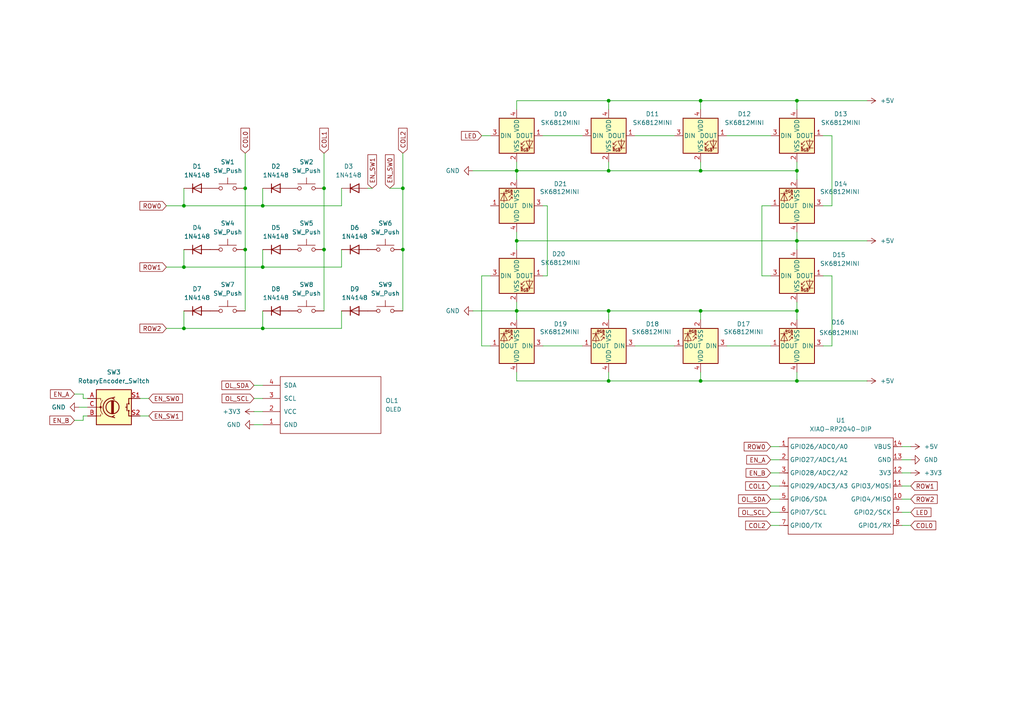
<source format=kicad_sch>
(kicad_sch (version 20250114) (generator "eeschema") (generator_version "9.0")
  (paper "A4")
  (lib_symbols
    (symbol "Device:RotaryEncoder_Switch" (pin_names (offset 0.254) (hide yes))
      (property "Reference" "SW" (at 0 6.604 0))
      (property "Value" "RotaryEncoder_Switch" (at 0 -6.604 0))
      (symbol "RotaryEncoder_Switch_0_1"
        (rectangle (start -5.08 5.08) (end 5.08 -5.08) (stroke (width 0.254)) (fill (type background)))
        (polyline (pts (xy -5.08 2.54) (xy -3.81 2.54) (xy -3.81 2.032)))
        (polyline (pts (xy -5.08 0) (xy -3.81 0) (xy -3.81 -1.016) (xy -3.302 -2.032)))
        (polyline (pts (xy -5.08 -2.54) (xy -3.81 -2.54) (xy -3.81 -2.032)))
        (polyline (pts (xy -4.318 0) (xy -3.81 0) (xy -3.81 1.016) (xy -3.302 2.032)))
        (circle (center -3.81 0) (radius 0.254) (fill (type outline)))
        (polyline (pts (xy -0.635 -1.778) (xy -0.635 1.778)) (stroke (width 0.254)))
        (circle (center -0.381 0) (radius 1.905) (stroke (width 0.254)))
        (polyline (pts (xy -0.381 -1.778) (xy -0.381 1.778)) (stroke (width 0.254)))
        (arc (start -0.381 -2.794) (mid -3.0988 -0.0635) (end -0.381 2.667) (stroke (width 0.254)))
        (polyline (pts (xy -0.127 1.778) (xy -0.127 -1.778)) (stroke (width 0.254)))
        (polyline (pts (xy 0.254 2.921) (xy -0.508 2.667) (xy 0.127 2.286)) (stroke (width 0.254)))
        (polyline (pts (xy 0.254 -3.048) (xy -0.508 -2.794) (xy 0.127 -2.413)) (stroke (width 0.254)))
        (polyline (pts (xy 3.81 1.016) (xy 3.81 -1.016)) (stroke (width 0.254)))
        (polyline (pts (xy 3.81 0) (xy 3.429 0)) (stroke (width 0.254)))
        (circle (center 4.318 1.016) (radius 0.127) (stroke (width 0.254)))
        (circle (center 4.318 -1.016) (radius 0.127) (stroke (width 0.254)))
        (polyline (pts (xy 5.08 2.54) (xy 4.318 2.54) (xy 4.318 1.016)) (stroke (width 0.254)))
        (polyline (pts (xy 5.08 -2.54) (xy 4.318 -2.54) (xy 4.318 -1.016)) (stroke (width 0.254)))
      )
      (symbol "RotaryEncoder_Switch_1_1"
        (pin passive line (at -7.62 2.54 0) (length 2.54) (name "A") (number "A"))
        (pin passive line (at -7.62 0 0) (length 2.54) (name "C") (number "C"))
        (pin passive line (at -7.62 -2.54 0) (length 2.54) (name "B") (number "B"))
        (pin passive line (at 7.62 2.54 180) (length 2.54) (name "S1") (number "S1"))
        (pin passive line (at 7.62 -2.54 180) (length 2.54) (name "S2") (number "S2"))
      )
    )
    (symbol "Diode:1N4148" (pin_numbers (hide yes)) (pin_names (hide yes))
      (property "Reference" "D" (at 0 2.54 0))
      (property "Value" "1N4148" (at 0 -2.54 0))
      (symbol "1N4148_0_1"
        (polyline (pts (xy -1.27 1.27) (xy -1.27 -1.27)) (stroke (width 0.254)))
        (polyline (pts (xy 1.27 1.27) (xy 1.27 -1.27) (xy -1.27 0) (xy 1.27 1.27)) (stroke (width 0.254)))
        (polyline (pts (xy 1.27 0) (xy -1.27 0)))
      )
      (symbol "1N4148_1_1"
        (pin passive line (at -3.81 0 0) (length 2.54) (name "K") (number "1"))
        (pin passive line (at 3.81 0 180) (length 2.54) (name "A") (number "2"))
      )
    )
    (symbol "I2C_OLED:OLED" (pin_names (offset 1.016))
      (property "Reference" "OL1" (at 16.51 1.905 0))
      (property "Value" "OLED" (at 16.51 -0.635 0))
      (symbol "OLED_0_1"
        (rectangle (start -13.97 8.89) (end 15.24 -7.62))
      )
      (symbol "OLED_1_1"
        (pin bidirectional line (at -19.05 6.35 0) (length 5.08) (name "SDA") (number "4"))
        (pin bidirectional line (at -19.05 2.54 0) (length 5.08) (name "SCL") (number "3"))
        (pin power_in line (at -19.05 -1.27 0) (length 5.08) (name "VCC") (number "2"))
        (pin power_in line (at -19.05 -5.08 0) (length 5.08) (name "GND") (number "1"))
      )
    )
    (symbol "LED:SK6812MINI" (pin_names (offset 0.254))
      (property "Reference" "D" (at 5.08 5.715 0))
      (property "Value" "SK6812MINI" (at 1.27 -5.715 0))
      (symbol "SK6812MINI_0_0"
        (text "RGB" (at 2.286 -4.191 0) (effects (font (size 0.762 0.762))))
      )
      (symbol "SK6812MINI_0_1"
        (polyline (pts (xy 1.27 -2.54) (xy 1.778 -2.54)))
        (polyline (pts (xy 1.27 -3.556) (xy 1.778 -3.556)))
        (polyline (pts (xy 2.286 -1.524) (xy 1.27 -2.54) (xy 1.27 -2.032)))
        (polyline (pts (xy 2.286 -2.54) (xy 1.27 -3.556) (xy 1.27 -3.048)))
        (polyline (pts (xy 3.683 -1.016) (xy 3.683 -3.556) (xy 3.683 -4.064)))
        (polyline (pts (xy 4.699 -1.524) (xy 2.667 -1.524) (xy 3.683 -3.556) (xy 4.699 -1.524)))
        (polyline (pts (xy 4.699 -3.556) (xy 2.667 -3.556)))
        (rectangle (start 5.08 5.08) (end -5.08 -5.08) (stroke (width 0.254)) (fill (type background)))
      )
      (symbol "SK6812MINI_1_1"
        (pin input line (at -7.62 0 0) (length 2.54) (name "DIN") (number "3"))
        (pin power_in line (at 0 7.62 270) (length 2.54) (name "VDD") (number "4"))
        (pin power_in line (at 0 -7.62 90) (length 2.54) (name "VSS") (number "2"))
        (pin output line (at 7.62 0 180) (length 2.54) (name "DOUT") (number "1"))
      )
    )
    (symbol "Seeed_Studio_XIAO_Series:XIAO-RP2040-DIP"
      (property "Reference" "U" (at 0 0 0))
      (property "Value" "XIAO-RP2040-DIP" (at 5.334 -1.778 0))
      (symbol "XIAO-RP2040-DIP_1_0"
        (polyline (pts (xy -1.27 -2.54) (xy 29.21 -2.54)) (stroke (width 0.1524)))
        (polyline (pts (xy -1.27 -5.08) (xy -2.54 -5.08)) (stroke (width 0.1524)))
        (polyline (pts (xy -1.27 -5.08) (xy -1.27 -2.54)) (stroke (width 0.1524)))
        (polyline (pts (xy -1.27 -8.89) (xy -2.54 -8.89)) (stroke (width 0.1524)))
        (polyline (pts (xy -1.27 -8.89) (xy -1.27 -5.08)) (stroke (width 0.1524)))
        (polyline (pts (xy -1.27 -12.7) (xy -2.54 -12.7)) (stroke (width 0.1524)))
        (polyline (pts (xy -1.27 -12.7) (xy -1.27 -8.89)) (stroke (width 0.1524)))
        (polyline (pts (xy -1.27 -16.51) (xy -2.54 -16.51)) (stroke (width 0.1524)))
        (polyline (pts (xy -1.27 -16.51) (xy -1.27 -12.7)) (stroke (width 0.1524)))
        (polyline (pts (xy -1.27 -20.32) (xy -2.54 -20.32)) (stroke (width 0.1524)))
        (polyline (pts (xy -1.27 -24.13) (xy -2.54 -24.13)) (stroke (width 0.1524)))
        (polyline (pts (xy -1.27 -27.94) (xy -2.54 -27.94)) (stroke (width 0.1524)))
        (polyline (pts (xy -1.27 -30.48) (xy -1.27 -16.51)) (stroke (width 0.1524)))
        (polyline (pts (xy 29.21 -2.54) (xy 29.21 -5.08)) (stroke (width 0.1524)))
        (polyline (pts (xy 29.21 -5.08) (xy 29.21 -8.89)) (stroke (width 0.1524)))
        (polyline (pts (xy 29.21 -8.89) (xy 29.21 -12.7)) (stroke (width 0.1524)))
        (polyline (pts (xy 29.21 -12.7) (xy 29.21 -30.48)) (stroke (width 0.1524)))
        (polyline (pts (xy 29.21 -30.48) (xy -1.27 -30.48)) (stroke (width 0.1524)))
        (polyline (pts (xy 30.48 -5.08) (xy 29.21 -5.08)) (stroke (width 0.1524)))
        (polyline (pts (xy 30.48 -8.89) (xy 29.21 -8.89)) (stroke (width 0.1524)))
        (polyline (pts (xy 30.48 -12.7) (xy 29.21 -12.7)) (stroke (width 0.1524)))
        (polyline (pts (xy 30.48 -16.51) (xy 29.21 -16.51)) (stroke (width 0.1524)))
        (polyline (pts (xy 30.48 -20.32) (xy 29.21 -20.32)) (stroke (width 0.1524)))
        (polyline (pts (xy 30.48 -24.13) (xy 29.21 -24.13)) (stroke (width 0.1524)))
        (polyline (pts (xy 30.48 -27.94) (xy 29.21 -27.94)) (stroke (width 0.1524)))
        (pin passive line (at -3.81 -5.08 0) (length 2.54) (name "GPIO26/ADC0/A0") (number "1"))
        (pin passive line (at -3.81 -8.89 0) (length 2.54) (name "GPIO27/ADC1/A1") (number "2"))
        (pin passive line (at -3.81 -12.7 0) (length 2.54) (name "GPIO28/ADC2/A2") (number "3"))
        (pin passive line (at -3.81 -16.51 0) (length 2.54) (name "GPIO29/ADC3/A3") (number "4"))
        (pin passive line (at -3.81 -20.32 0) (length 2.54) (name "GPIO6/SDA") (number "5"))
        (pin passive line (at -3.81 -24.13 0) (length 2.54) (name "GPIO7/SCL") (number "6"))
        (pin passive line (at -3.81 -27.94 0) (length 2.54) (name "GPIO0/TX") (number "7"))
        (pin passive line (at 31.75 -5.08 180) (length 2.54) (name "VBUS") (number "14"))
        (pin passive line (at 31.75 -8.89 180) (length 2.54) (name "GND") (number "13"))
        (pin passive line (at 31.75 -12.7 180) (length 2.54) (name "3V3") (number "12"))
        (pin passive line (at 31.75 -16.51 180) (length 2.54) (name "GPIO3/MOSI") (number "11"))
        (pin passive line (at 31.75 -20.32 180) (length 2.54) (name "GPIO4/MISO") (number "10"))
        (pin passive line (at 31.75 -24.13 180) (length 2.54) (name "GPIO2/SCK") (number "9"))
        (pin passive line (at 31.75 -27.94 180) (length 2.54) (name "GPIO1/RX") (number "8"))
      )
    )
    (symbol "Switch:SW_Push" (pin_numbers (hide yes)) (pin_names (offset 1.016) (hide yes))
      (property "Reference" "SW" (at 1.27 2.54 0))
      (property "Value" "SW_Push" (at 0 -1.524 0))
      (symbol "SW_Push_0_1"
        (circle (center -2.032 0) (radius 0.508))
        (polyline (pts (xy 0 1.27) (xy 0 3.048)))
        (circle (center 2.032 0) (radius 0.508))
        (polyline (pts (xy 2.54 1.27) (xy -2.54 1.27)))
        (pin passive line (at -5.08 0 0) (length 2.54) (name "1") (number "1"))
        (pin passive line (at 5.08 0 180) (length 2.54) (name "2") (number "2"))
      )
    )
    (symbol "power:+3V3" (power) (pin_numbers (hide yes)) (pin_names (offset 0) (hide yes))
      (property "Value" "+3V3" (at 0 3.556 0))
      (symbol "+3V3_0_1"
        (polyline (pts (xy -0.762 1.27) (xy 0 2.54)))
        (polyline (pts (xy 0 2.54) (xy 0.762 1.27)))
        (polyline (pts (xy 0 0) (xy 0 2.54)))
      )
      (symbol "+3V3_1_1"
        (pin power_in line (at 0 0 90) (length 0) (name "~") (number "1"))
      )
    )
    (symbol "power:+5V" (power) (pin_numbers (hide yes)) (pin_names (offset 0) (hide yes))
      (property "Value" "+5V" (at 0 3.556 0))
      (symbol "+5V_0_1"
        (polyline (pts (xy -0.762 1.27) (xy 0 2.54)))
        (polyline (pts (xy 0 2.54) (xy 0.762 1.27)))
        (polyline (pts (xy 0 0) (xy 0 2.54)))
      )
      (symbol "+5V_1_1"
        (pin power_in line (at 0 0 90) (length 0) (name "~") (number "1"))
      )
    )
    (symbol "power:GND" (power) (pin_numbers (hide yes)) (pin_names (offset 0) (hide yes))
      (property "Value" "GND" (at 0 -3.81 0))
      (symbol "GND_0_1"
        (polyline (pts (xy 0 0) (xy 0 -1.27) (xy 1.27 -1.27) (xy 0 -2.54) (xy -1.27 -1.27) (xy 0 -1.27)))
      )
      (symbol "GND_1_1"
        (pin power_in line (at 0 0 270) (length 0) (name "~") (number "1"))
      )
    )
  )
  (junction (at 231.14 29.21))
  (junction (at 116.84 54.61))
  (junction (at 231.14 69.85))
  (junction (at 176.53 110.49))
  (junction (at 231.14 90.17))
  (junction (at 203.2 110.49))
  (junction (at 176.53 29.21))
  (junction (at 149.86 49.53))
  (junction (at 76.2 77.47))
  (junction (at 176.53 49.53))
  (junction (at 203.2 49.53))
  (junction (at 93.98 54.61))
  (junction (at 53.34 77.47))
  (junction (at 149.86 69.85))
  (junction (at 53.34 59.69))
  (junction (at 231.14 110.49))
  (junction (at 76.2 95.25))
  (junction (at 93.98 72.39))
  (junction (at 231.14 49.53))
  (junction (at 71.12 54.61))
  (junction (at 203.2 29.21))
  (junction (at 149.86 90.17))
  (junction (at 71.12 72.39))
  (junction (at 53.34 95.25))
  (junction (at 76.2 59.69))
  (junction (at 116.84 72.39))
  (junction (at 176.53 90.17))
  (junction (at 203.2 90.17))
  (wire (pts (xy 99.06 54.61) (xy 99.06 59.69)))
  (wire (pts (xy 24.13 120.65) (xy 25.4 120.65)))
  (wire (pts (xy 149.86 67.31) (xy 149.86 69.85)))
  (wire (pts (xy 99.06 90.17) (xy 99.06 95.25)))
  (wire (pts (xy 99.06 72.39) (xy 99.06 77.47)))
  (wire (pts (xy 223.52 129.54) (xy 226.06 129.54)))
  (wire (pts (xy 93.98 72.39) (xy 93.98 90.17)))
  (wire (pts (xy 261.62 133.35) (xy 264.16 133.35)))
  (wire (pts (xy 241.3 80.01) (xy 241.3 100.33)))
  (wire (pts (xy 149.86 69.85) (xy 149.86 72.39)))
  (wire (pts (xy 238.76 80.01) (xy 241.3 80.01)))
  (wire (pts (xy 261.62 152.4) (xy 264.16 152.4)))
  (wire (pts (xy 203.2 90.17) (xy 203.2 92.71)))
  (wire (pts (xy 53.34 95.25) (xy 76.2 95.25)))
  (wire (pts (xy 142.24 100.33) (xy 139.7 100.33)))
  (wire (pts (xy 238.76 39.37) (xy 241.3 39.37)))
  (wire (pts (xy 220.98 59.69) (xy 220.98 80.01)))
  (wire (pts (xy 231.14 29.21) (xy 231.14 31.75)))
  (wire (pts (xy 149.86 46.99) (xy 149.86 49.53)))
  (wire (pts (xy 261.62 129.54) (xy 264.16 129.54)))
  (wire (pts (xy 116.84 72.39) (xy 116.84 90.17)))
  (wire (pts (xy 149.86 90.17) (xy 176.53 90.17)))
  (wire (pts (xy 223.52 59.69) (xy 220.98 59.69)))
  (wire (pts (xy 158.75 59.69) (xy 157.48 59.69)))
  (wire (pts (xy 176.53 90.17) (xy 203.2 90.17)))
  (wire (pts (xy 223.52 137.16) (xy 226.06 137.16)))
  (wire (pts (xy 113.03 54.61) (xy 116.84 54.61)))
  (wire (pts (xy 176.53 46.99) (xy 176.53 49.53)))
  (wire (pts (xy 176.53 29.21) (xy 176.53 31.75)))
  (wire (pts (xy 40.64 120.65) (xy 43.18 120.65)))
  (wire (pts (xy 210.82 100.33) (xy 223.52 100.33)))
  (wire (pts (xy 76.2 90.17) (xy 76.2 95.25)))
  (wire (pts (xy 203.2 49.53) (xy 231.14 49.53)))
  (wire (pts (xy 107.95 54.61) (xy 106.68 54.61)))
  (wire (pts (xy 223.52 148.59) (xy 226.06 148.59)))
  (wire (pts (xy 176.53 110.49) (xy 203.2 110.49)))
  (wire (pts (xy 93.98 44.45) (xy 93.98 54.61)))
  (wire (pts (xy 24.13 114.3) (xy 24.13 115.57)))
  (wire (pts (xy 24.13 115.57) (xy 25.4 115.57)))
  (wire (pts (xy 231.14 107.95) (xy 231.14 110.49)))
  (wire (pts (xy 139.7 80.01) (xy 142.24 80.01)))
  (wire (pts (xy 184.15 100.33) (xy 195.58 100.33)))
  (wire (pts (xy 184.15 39.37) (xy 195.58 39.37)))
  (wire (pts (xy 241.3 39.37) (xy 241.3 59.69)))
  (wire (pts (xy 231.14 69.85) (xy 251.46 69.85)))
  (wire (pts (xy 261.62 140.97) (xy 264.16 140.97)))
  (wire (pts (xy 210.82 39.37) (xy 223.52 39.37)))
  (wire (pts (xy 53.34 77.47) (xy 76.2 77.47)))
  (wire (pts (xy 116.84 54.61) (xy 116.84 72.39)))
  (wire (pts (xy 139.7 39.37) (xy 142.24 39.37)))
  (wire (pts (xy 40.64 115.57) (xy 43.18 115.57)))
  (wire (pts (xy 223.52 140.97) (xy 226.06 140.97)))
  (wire (pts (xy 231.14 49.53) (xy 231.14 52.07)))
  (wire (pts (xy 220.98 80.01) (xy 223.52 80.01)))
  (wire (pts (xy 73.66 111.76) (xy 76.2 111.76)))
  (wire (pts (xy 231.14 67.31) (xy 231.14 69.85)))
  (wire (pts (xy 48.26 95.25) (xy 53.34 95.25)))
  (wire (pts (xy 251.46 110.49) (xy 231.14 110.49)))
  (wire (pts (xy 158.75 80.01) (xy 158.75 59.69)))
  (wire (pts (xy 76.2 95.25) (xy 99.06 95.25)))
  (wire (pts (xy 176.53 107.95) (xy 176.53 110.49)))
  (wire (pts (xy 53.34 90.17) (xy 53.34 95.25)))
  (wire (pts (xy 53.34 72.39) (xy 53.34 77.47)))
  (wire (pts (xy 48.26 59.69) (xy 53.34 59.69)))
  (wire (pts (xy 261.62 137.16) (xy 264.16 137.16)))
  (wire (pts (xy 149.86 49.53) (xy 149.86 52.07)))
  (wire (pts (xy 203.2 90.17) (xy 231.14 90.17)))
  (wire (pts (xy 76.2 54.61) (xy 76.2 59.69)))
  (wire (pts (xy 157.48 80.01) (xy 158.75 80.01)))
  (wire (pts (xy 48.26 77.47) (xy 53.34 77.47)))
  (wire (pts (xy 149.86 29.21) (xy 176.53 29.21)))
  (wire (pts (xy 223.52 152.4) (xy 226.06 152.4)))
  (wire (pts (xy 231.14 29.21) (xy 251.46 29.21)))
  (wire (pts (xy 149.86 110.49) (xy 176.53 110.49)))
  (wire (pts (xy 176.53 49.53) (xy 203.2 49.53)))
  (wire (pts (xy 261.62 144.78) (xy 264.16 144.78)))
  (wire (pts (xy 76.2 59.69) (xy 99.06 59.69)))
  (wire (pts (xy 203.2 110.49) (xy 231.14 110.49)))
  (wire (pts (xy 231.14 87.63) (xy 231.14 90.17)))
  (wire (pts (xy 238.76 100.33) (xy 241.3 100.33)))
  (wire (pts (xy 223.52 133.35) (xy 226.06 133.35)))
  (wire (pts (xy 139.7 80.01) (xy 139.7 100.33)))
  (wire (pts (xy 76.2 72.39) (xy 76.2 77.47)))
  (wire (pts (xy 71.12 44.45) (xy 71.12 54.61)))
  (wire (pts (xy 53.34 59.69) (xy 76.2 59.69)))
  (wire (pts (xy 71.12 72.39) (xy 71.12 90.17)))
  (wire (pts (xy 231.14 69.85) (xy 231.14 72.39)))
  (wire (pts (xy 231.14 90.17) (xy 231.14 92.71)))
  (wire (pts (xy 137.16 49.53) (xy 149.86 49.53)))
  (wire (pts (xy 71.12 54.61) (xy 71.12 72.39)))
  (wire (pts (xy 176.53 29.21) (xy 203.2 29.21)))
  (wire (pts (xy 21.59 121.92) (xy 24.13 121.92)))
  (wire (pts (xy 116.84 44.45) (xy 116.84 54.61)))
  (wire (pts (xy 149.86 31.75) (xy 149.86 29.21)))
  (wire (pts (xy 231.14 46.99) (xy 231.14 49.53)))
  (wire (pts (xy 203.2 29.21) (xy 203.2 31.75)))
  (wire (pts (xy 137.16 90.17) (xy 149.86 90.17)))
  (wire (pts (xy 149.86 49.53) (xy 176.53 49.53)))
  (wire (pts (xy 73.66 115.57) (xy 76.2 115.57)))
  (wire (pts (xy 241.3 59.69) (xy 238.76 59.69)))
  (wire (pts (xy 203.2 46.99) (xy 203.2 49.53)))
  (wire (pts (xy 24.13 121.92) (xy 24.13 120.65)))
  (wire (pts (xy 93.98 54.61) (xy 93.98 72.39)))
  (wire (pts (xy 22.86 118.11) (xy 25.4 118.11)))
  (wire (pts (xy 149.86 69.85) (xy 231.14 69.85)))
  (wire (pts (xy 149.86 87.63) (xy 149.86 90.17)))
  (wire (pts (xy 223.52 144.78) (xy 226.06 144.78)))
  (wire (pts (xy 203.2 107.95) (xy 203.2 110.49)))
  (wire (pts (xy 157.48 100.33) (xy 168.91 100.33)))
  (wire (pts (xy 203.2 29.21) (xy 231.14 29.21)))
  (wire (pts (xy 149.86 90.17) (xy 149.86 92.71)))
  (wire (pts (xy 149.86 107.95) (xy 149.86 110.49)))
  (wire (pts (xy 176.53 90.17) (xy 176.53 92.71)))
  (wire (pts (xy 157.48 39.37) (xy 168.91 39.37)))
  (wire (pts (xy 261.62 148.59) (xy 264.16 148.59)))
  (wire (pts (xy 21.59 114.3) (xy 24.13 114.3)))
  (wire (pts (xy 73.66 123.19) (xy 76.2 123.19)))
  (wire (pts (xy 53.34 54.61) (xy 53.34 59.69)))
  (wire (pts (xy 73.66 119.38) (xy 76.2 119.38)))
  (wire (pts (xy 76.2 77.47) (xy 99.06 77.47)))
  (global_label "EN_SW0" (shape input) (at 113.03 54.61 90) (property "Intersheetrefs" "${INTERSHEET_REFS}" (effects (hide yes))))
  (global_label "COL2" (shape input) (at 116.84 44.45 90) (property "Intersheetrefs" "${INTERSHEET_REFS}" (effects (hide yes))))
  (global_label "ROW1" (shape input) (at 48.26 77.47 180) (property "Intersheetrefs" "${INTERSHEET_REFS}" (effects (hide yes))))
  (global_label "EN_SW1" (shape input) (at 43.18 120.65 0) (property "Intersheetrefs" "${INTERSHEET_REFS}" (effects (hide yes))))
  (global_label "OL_SDA" (shape input) (at 223.52 144.78 180) (property "Intersheetrefs" "${INTERSHEET_REFS}" (effects (hide yes))))
  (global_label "ROW2" (shape input) (at 264.16 144.78 0) (property "Intersheetrefs" "${INTERSHEET_REFS}" (effects (hide yes))))
  (global_label "EN_SW1" (shape input) (at 107.95 54.61 90) (property "Intersheetrefs" "${INTERSHEET_REFS}" (effects (hide yes))))
  (global_label "COL0" (shape input) (at 264.16 152.4 0) (property "Intersheetrefs" "${INTERSHEET_REFS}" (effects (hide yes))))
  (global_label "COL2" (shape input) (at 223.52 152.4 180) (property "Intersheetrefs" "${INTERSHEET_REFS}" (effects (hide yes))))
  (global_label "ROW0" (shape input) (at 223.52 129.54 180) (property "Intersheetrefs" "${INTERSHEET_REFS}" (effects (hide yes))))
  (global_label "OL_SCL" (shape input) (at 223.52 148.59 180) (property "Intersheetrefs" "${INTERSHEET_REFS}" (effects (hide yes))))
  (global_label "LED" (shape input) (at 139.7 39.37 180) (property "Intersheetrefs" "${INTERSHEET_REFS}" (effects (hide yes))))
  (global_label "LED" (shape input) (at 264.16 148.59 0) (property "Intersheetrefs" "${INTERSHEET_REFS}" (effects (hide yes))))
  (global_label "EN_A" (shape input) (at 21.59 114.3 180) (property "Intersheetrefs" "${INTERSHEET_REFS}" (effects (hide yes))))
  (global_label "ROW2" (shape input) (at 48.26 95.25 180) (property "Intersheetrefs" "${INTERSHEET_REFS}" (effects (hide yes))))
  (global_label "ROW1" (shape input) (at 264.16 140.97 0) (property "Intersheetrefs" "${INTERSHEET_REFS}" (effects (hide yes))))
  (global_label "EN_SW0" (shape input) (at 43.18 115.57 0) (property "Intersheetrefs" "${INTERSHEET_REFS}" (effects (hide yes))))
  (global_label "COL0" (shape input) (at 71.12 44.45 90) (property "Intersheetrefs" "${INTERSHEET_REFS}" (effects (hide yes))))
  (global_label "OL_SDA" (shape input) (at 73.66 111.76 180) (property "Intersheetrefs" "${INTERSHEET_REFS}" (effects (hide yes))))
  (global_label "ROW0" (shape input) (at 48.26 59.69 180) (property "Intersheetrefs" "${INTERSHEET_REFS}" (effects (hide yes))))
  (global_label "COL1" (shape input) (at 223.52 140.97 180) (property "Intersheetrefs" "${INTERSHEET_REFS}" (effects (hide yes))))
  (global_label "EN_B" (shape input) (at 223.52 137.16 180) (property "Intersheetrefs" "${INTERSHEET_REFS}" (effects (hide yes))))
  (global_label "COL1" (shape input) (at 93.98 44.45 90) (property "Intersheetrefs" "${INTERSHEET_REFS}" (effects (hide yes))))
  (global_label "EN_A" (shape input) (at 223.52 133.35 180) (property "Intersheetrefs" "${INTERSHEET_REFS}" (effects (hide yes))))
  (global_label "OL_SCL" (shape input) (at 73.66 115.57 180) (property "Intersheetrefs" "${INTERSHEET_REFS}" (effects (hide yes))))
  (global_label "EN_B" (shape input) (at 21.59 121.92 180) (property "Intersheetrefs" "${INTERSHEET_REFS}" (effects (hide yes))))
  (symbol (lib_id "LED:SK6812MINI") (at 231.14 39.37 0) (unit 1)
    (property "Reference" "D13" (at 243.84 33.0514 0))
    (property "Value" "SK6812MINI" (at 243.84 35.5914 0))
    (property "Footprint" "Library:LED_SK6812MINI_PLCC4_3.5x3.5mm_P1.75mm" (effects (hide yes)))
    (property "Datasheet" "https://cdn-shop.adafruit.com/product-files/2686/SK6812MINI_REV.01-1-2.pdf" (effects (hide yes)))
    (property "Description" "RGB LED with integrated controller" (effects (hide yes)))
  )
  (symbol (lib_id "power:+5V") (at 264.16 129.54 270) (unit 1)
    (property "Reference" "#PWR02" (effects (hide yes)))
    (property "Value" "+5V" (at 267.97 129.5399 90) (effects (justify left)))
    (property "Description" "Power symbol creates a global label with name \"+5V\"" (effects (hide yes)))
  )
  (symbol (lib_id "Diode:1N4148") (at 80.01 72.39 0) (unit 1)
    (property "Reference" "D5" (at 80.01 66.04 0))
    (property "Value" "1N4148" (at 80.01 68.58 0))
    (property "Footprint" "Diode_THT:D_DO-35_SOD27_P7.62mm_Horizontal" (effects (hide yes)))
    (property "Datasheet" "https://assets.nexperia.com/documents/data-sheet/1N4148_1N4448.pdf" (effects (hide yes)))
    (property "Description" "100V 0.15A standard switching diode, DO-35" (effects (hide yes)))
    (property "Sim.Device" "D" (effects (hide yes)))
    (property "Sim.Pins" "1=K 2=A" (effects (hide yes)))
  )
  (symbol (lib_id "power:GND") (at 22.86 118.11 270) (unit 1)
    (property "Reference" "#PWR01" (effects (hide yes)))
    (property "Value" "GND" (at 19.05 118.1099 90) (effects (justify right)))
    (property "Description" "Power symbol creates a global label with name \"GND\" , ground" (effects (hide yes)))
  )
  (symbol (lib_id "LED:SK6812MINI") (at 149.86 59.69 180) (unit 1)
    (property "Reference" "D21" (at 162.56 53.34 0))
    (property "Value" "SK6812MINI" (at 162.306 55.626 0))
    (property "Footprint" "Library:LED_SK6812MINI_PLCC4_3.5x3.5mm_P1.75mm" (effects (hide yes)))
    (property "Datasheet" "https://cdn-shop.adafruit.com/product-files/2686/SK6812MINI_REV.01-1-2.pdf" (effects (hide yes)))
    (property "Description" "RGB LED with integrated controller" (effects (hide yes)))
  )
  (symbol (lib_id "LED:SK6812MINI") (at 231.14 100.33 180) (unit 1)
    (property "Reference" "D16" (at 243.078 93.472 0))
    (property "Value" "SK6812MINI" (at 243.332 96.52 0))
    (property "Footprint" "Library:LED_SK6812MINI_PLCC4_3.5x3.5mm_P1.75mm" (effects (hide yes)))
    (property "Datasheet" "https://cdn-shop.adafruit.com/product-files/2686/SK6812MINI_REV.01-1-2.pdf" (effects (hide yes)))
    (property "Description" "RGB LED with integrated controller" (effects (hide yes)))
  )
  (symbol (lib_id "Diode:1N4148") (at 80.01 54.61 0) (unit 1)
    (property "Reference" "D2" (at 80.01 48.26 0))
    (property "Value" "1N4148" (at 80.01 50.8 0))
    (property "Footprint" "Diode_THT:D_DO-35_SOD27_P7.62mm_Horizontal" (effects (hide yes)))
    (property "Datasheet" "https://assets.nexperia.com/documents/data-sheet/1N4148_1N4448.pdf" (effects (hide yes)))
    (property "Description" "100V 0.15A standard switching diode, DO-35" (effects (hide yes)))
    (property "Sim.Device" "D" (effects (hide yes)))
    (property "Sim.Pins" "1=K 2=A" (effects (hide yes)))
  )
  (symbol (lib_id "Device:RotaryEncoder_Switch") (at 33.02 118.11 0) (unit 1)
    (property "Reference" "SW3" (at 33.02 107.95 0))
    (property "Value" "RotaryEncoder_Switch" (at 33.02 110.49 0))
    (property "Footprint" "Rotary_Encoder:RotaryEncoder_Alps_EC11E-Switch_Vertical_H20mm" (effects (hide yes)))
    (property "Description" "Rotary encoder, dual channel, incremental quadrate outputs, with switch" (effects (hide yes)))
  )
  (symbol (lib_id "Diode:1N4148") (at 102.87 72.39 0) (unit 1)
    (property "Reference" "D6" (at 102.87 66.04 0))
    (property "Value" "1N4148" (at 102.87 68.58 0))
    (property "Footprint" "Diode_THT:D_DO-35_SOD27_P7.62mm_Horizontal" (effects (hide yes)))
    (property "Datasheet" "https://assets.nexperia.com/documents/data-sheet/1N4148_1N4448.pdf" (effects (hide yes)))
    (property "Description" "100V 0.15A standard switching diode, DO-35" (effects (hide yes)))
    (property "Sim.Device" "D" (effects (hide yes)))
    (property "Sim.Pins" "1=K 2=A" (effects (hide yes)))
  )
  (symbol (lib_id "Switch:SW_Push") (at 88.9 54.61 0) (unit 1)
    (property "Reference" "SW2" (at 88.9 46.99 0))
    (property "Value" "SW_Push" (at 88.9 49.53 0))
    (property "Footprint" "Library:SW_Cherry_MX_1.00u_PCB" (effects (hide yes)))
    (property "Description" "Push button switch, generic, two pins" (effects (hide yes)))
  )
  (symbol (lib_id "power:GND") (at 264.16 133.35 90) (unit 1)
    (property "Reference" "#PWR03" (effects (hide yes)))
    (property "Value" "GND" (at 267.97 133.3499 90) (effects (justify right)))
    (property "Description" "Power symbol creates a global label with name \"GND\" , ground" (effects (hide yes)))
  )
  (symbol (lib_id "Switch:SW_Push") (at 66.04 72.39 0) (unit 1)
    (property "Reference" "SW4" (at 66.04 64.77 0))
    (property "Value" "SW_Push" (at 66.04 67.31 0))
    (property "Footprint" "Library:SW_Cherry_MX_1.00u_PCB" (effects (hide yes)))
    (property "Description" "Push button switch, generic, two pins" (effects (hide yes)))
  )
  (symbol (lib_id "Switch:SW_Push") (at 111.76 72.39 0) (unit 1)
    (property "Reference" "SW6" (at 111.76 64.77 0))
    (property "Value" "SW_Push" (at 111.76 67.31 0))
    (property "Footprint" "Library:SW_Cherry_MX_1.00u_PCB" (effects (hide yes)))
    (property "Description" "Push button switch, generic, two pins" (effects (hide yes)))
  )
  (symbol (lib_id "power:+5V") (at 251.46 110.49 270) (unit 1)
    (property "Reference" "#PWR010" (effects (hide yes)))
    (property "Value" "+5V" (at 255.27 110.4899 90) (effects (justify left)))
    (property "Description" "Power symbol creates a global label with name \"+5V\"" (effects (hide yes)))
  )
  (symbol (lib_id "power:+3V3") (at 73.66 119.38 90) (unit 1)
    (property "Reference" "#PWR04" (effects (hide yes)))
    (property "Value" "+3V3" (at 69.85 119.3799 90) (effects (justify left)))
    (property "Description" "Power symbol creates a global label with name \"+3V3\"" (effects (hide yes)))
  )
  (symbol (lib_id "Diode:1N4148") (at 57.15 72.39 0) (unit 1)
    (property "Reference" "D4" (at 57.15 66.04 0))
    (property "Value" "1N4148" (at 57.15 68.58 0))
    (property "Footprint" "Diode_THT:D_DO-35_SOD27_P7.62mm_Horizontal" (effects (hide yes)))
    (property "Datasheet" "https://assets.nexperia.com/documents/data-sheet/1N4148_1N4448.pdf" (effects (hide yes)))
    (property "Description" "100V 0.15A standard switching diode, DO-35" (effects (hide yes)))
    (property "Sim.Device" "D" (effects (hide yes)))
    (property "Sim.Pins" "1=K 2=A" (effects (hide yes)))
  )
  (symbol (lib_id "LED:SK6812MINI") (at 203.2 39.37 0) (unit 1)
    (property "Reference" "D12" (at 215.9 33.0514 0))
    (property "Value" "SK6812MINI" (at 215.9 35.5914 0))
    (property "Footprint" "Library:LED_SK6812MINI_PLCC4_3.5x3.5mm_P1.75mm" (effects (hide yes)))
    (property "Datasheet" "https://cdn-shop.adafruit.com/product-files/2686/SK6812MINI_REV.01-1-2.pdf" (effects (hide yes)))
    (property "Description" "RGB LED with integrated controller" (effects (hide yes)))
  )
  (symbol (lib_id "Diode:1N4148") (at 102.87 54.61 0) (unit 1)
    (property "Reference" "D3" (at 101.092 48.26 0))
    (property "Value" "1N4148" (at 101.092 50.8 0))
    (property "Footprint" "Diode_THT:D_DO-35_SOD27_P7.62mm_Horizontal" (effects (hide yes)))
    (property "Datasheet" "https://assets.nexperia.com/documents/data-sheet/1N4148_1N4448.pdf" (effects (hide yes)))
    (property "Description" "100V 0.15A standard switching diode, DO-35" (effects (hide yes)))
    (property "Sim.Device" "D" (effects (hide yes)))
    (property "Sim.Pins" "1=K 2=A" (effects (hide yes)))
  )
  (symbol (lib_id "power:+5V") (at 251.46 29.21 270) (unit 1)
    (property "Reference" "#PWR06" (effects (hide yes)))
    (property "Value" "+5V" (at 255.27 29.2099 90) (effects (justify left)))
    (property "Description" "Power symbol creates a global label with name \"+5V\"" (effects (hide yes)))
  )
  (symbol (lib_id "Diode:1N4148") (at 57.15 90.17 0) (unit 1)
    (property "Reference" "D7" (at 57.15 83.82 0))
    (property "Value" "1N4148" (at 57.15 86.36 0))
    (property "Footprint" "Diode_THT:D_DO-35_SOD27_P7.62mm_Horizontal" (effects (hide yes)))
    (property "Datasheet" "https://assets.nexperia.com/documents/data-sheet/1N4148_1N4448.pdf" (effects (hide yes)))
    (property "Description" "100V 0.15A standard switching diode, DO-35" (effects (hide yes)))
    (property "Sim.Device" "D" (effects (hide yes)))
    (property "Sim.Pins" "1=K 2=A" (effects (hide yes)))
  )
  (symbol (lib_id "LED:SK6812MINI") (at 149.86 100.33 180) (unit 1)
    (property "Reference" "D19" (at 162.56 93.98 0))
    (property "Value" "SK6812MINI" (at 162.306 96.266 0))
    (property "Footprint" "Library:LED_SK6812MINI_PLCC4_3.5x3.5mm_P1.75mm" (effects (hide yes)))
    (property "Datasheet" "https://cdn-shop.adafruit.com/product-files/2686/SK6812MINI_REV.01-1-2.pdf" (effects (hide yes)))
    (property "Description" "RGB LED with integrated controller" (effects (hide yes)))
  )
  (symbol (lib_id "Seeed_Studio_XIAO_Series:XIAO-RP2040-DIP") (at 229.87 124.46 0) (unit 1)
    (property "Reference" "U1" (at 243.84 121.92 0))
    (property "Value" "XIAO-RP2040-DIP" (at 243.84 124.46 0))
    (property "Footprint" "Seeed Studio XIAO Series Library:XIAO-RP2040-DIP" (effects (hide yes)))
  )
  (symbol (lib_id "LED:SK6812MINI") (at 231.14 59.69 180) (unit 1)
    (property "Reference" "D14" (at 243.84 53.34 0))
    (property "Value" "SK6812MINI" (at 243.586 55.626 0))
    (property "Footprint" "Library:LED_SK6812MINI_PLCC4_3.5x3.5mm_P1.75mm" (effects (hide yes)))
    (property "Datasheet" "https://cdn-shop.adafruit.com/product-files/2686/SK6812MINI_REV.01-1-2.pdf" (effects (hide yes)))
    (property "Description" "RGB LED with integrated controller" (effects (hide yes)))
  )
  (symbol (lib_id "LED:SK6812MINI") (at 176.53 100.33 180) (unit 1)
    (property "Reference" "D18" (at 189.23 93.98 0))
    (property "Value" "SK6812MINI" (at 188.976 96.266 0))
    (property "Footprint" "Library:LED_SK6812MINI_PLCC4_3.5x3.5mm_P1.75mm" (effects (hide yes)))
    (property "Datasheet" "https://cdn-shop.adafruit.com/product-files/2686/SK6812MINI_REV.01-1-2.pdf" (effects (hide yes)))
    (property "Description" "RGB LED with integrated controller" (effects (hide yes)))
  )
  (symbol (lib_id "LED:SK6812MINI") (at 149.86 39.37 0) (unit 1)
    (property "Reference" "D10" (at 162.56 33.0514 0))
    (property "Value" "SK6812MINI" (at 162.56 35.5914 0))
    (property "Footprint" "Library:LED_SK6812MINI_PLCC4_3.5x3.5mm_P1.75mm" (effects (hide yes)))
    (property "Datasheet" "https://cdn-shop.adafruit.com/product-files/2686/SK6812MINI_REV.01-1-2.pdf" (effects (hide yes)))
    (property "Description" "RGB LED with integrated controller" (effects (hide yes)))
  )
  (symbol (lib_id "power:GND") (at 137.16 49.53 270) (unit 1)
    (property "Reference" "#PWR07" (effects (hide yes)))
    (property "Value" "GND" (at 133.35 49.5299 90) (effects (justify right)))
    (property "Description" "Power symbol creates a global label with name \"GND\" , ground" (effects (hide yes)))
  )
  (symbol (lib_id "Switch:SW_Push") (at 111.76 90.17 0) (unit 1)
    (property "Reference" "SW9" (at 111.76 82.55 0))
    (property "Value" "SW_Push" (at 111.76 85.09 0))
    (property "Footprint" "Library:SW_Cherry_MX_1.00u_PCB" (effects (hide yes)))
    (property "Description" "Push button switch, generic, two pins" (effects (hide yes)))
  )
  (symbol (lib_id "Diode:1N4148") (at 80.01 90.17 0) (unit 1)
    (property "Reference" "D8" (at 80.01 83.82 0))
    (property "Value" "1N4148" (at 80.01 86.36 0))
    (property "Footprint" "Diode_THT:D_DO-35_SOD27_P7.62mm_Horizontal" (effects (hide yes)))
    (property "Datasheet" "https://assets.nexperia.com/documents/data-sheet/1N4148_1N4448.pdf" (effects (hide yes)))
    (property "Description" "100V 0.15A standard switching diode, DO-35" (effects (hide yes)))
    (property "Sim.Device" "D" (effects (hide yes)))
    (property "Sim.Pins" "1=K 2=A" (effects (hide yes)))
  )
  (symbol (lib_id "Diode:1N4148") (at 102.87 90.17 0) (unit 1)
    (property "Reference" "D9" (at 102.87 83.82 0))
    (property "Value" "1N4148" (at 102.87 86.36 0))
    (property "Footprint" "Diode_THT:D_DO-35_SOD27_P7.62mm_Horizontal" (effects (hide yes)))
    (property "Datasheet" "https://assets.nexperia.com/documents/data-sheet/1N4148_1N4448.pdf" (effects (hide yes)))
    (property "Description" "100V 0.15A standard switching diode, DO-35" (effects (hide yes)))
    (property "Sim.Device" "D" (effects (hide yes)))
    (property "Sim.Pins" "1=K 2=A" (effects (hide yes)))
  )
  (symbol (lib_id "Switch:SW_Push") (at 66.04 54.61 0) (unit 1)
    (property "Reference" "SW1" (at 66.04 46.99 0))
    (property "Value" "SW_Push" (at 66.04 49.53 0))
    (property "Footprint" "Library:SW_Cherry_MX_1.00u_PCB" (effects (hide yes)))
    (property "Description" "Push button switch, generic, two pins" (effects (hide yes)))
  )
  (symbol (lib_id "Diode:1N4148") (at 57.15 54.61 0) (unit 1)
    (property "Reference" "D1" (at 57.15 48.26 0))
    (property "Value" "1N4148" (at 57.15 50.8 0))
    (property "Footprint" "Diode_THT:D_DO-35_SOD27_P7.62mm_Horizontal" (effects (hide yes)))
    (property "Datasheet" "https://assets.nexperia.com/documents/data-sheet/1N4148_1N4448.pdf" (effects (hide yes)))
    (property "Description" "100V 0.15A standard switching diode, DO-35" (effects (hide yes)))
    (property "Sim.Device" "D" (effects (hide yes)))
    (property "Sim.Pins" "1=K 2=A" (effects (hide yes)))
  )
  (symbol (lib_id "LED:SK6812MINI") (at 231.14 80.01 0) (unit 1)
    (property "Reference" "D15" (at 243.332 73.914 0))
    (property "Value" "SK6812MINI" (at 243.586 76.454 0))
    (property "Footprint" "Library:LED_SK6812MINI_PLCC4_3.5x3.5mm_P1.75mm" (effects (hide yes)))
    (property "Datasheet" "https://cdn-shop.adafruit.com/product-files/2686/SK6812MINI_REV.01-1-2.pdf" (effects (hide yes)))
    (property "Description" "RGB LED with integrated controller" (effects (hide yes)))
  )
  (symbol (lib_id "LED:SK6812MINI") (at 176.53 39.37 0) (unit 1)
    (property "Reference" "D11" (at 189.23 33.0514 0))
    (property "Value" "SK6812MINI" (at 189.23 35.5914 0))
    (property "Footprint" "Library:LED_SK6812MINI_PLCC4_3.5x3.5mm_P1.75mm" (effects (hide yes)))
    (property "Datasheet" "https://cdn-shop.adafruit.com/product-files/2686/SK6812MINI_REV.01-1-2.pdf" (effects (hide yes)))
    (property "Description" "RGB LED with integrated controller" (effects (hide yes)))
  )
  (symbol (lib_id "Switch:SW_Push") (at 66.04 90.17 0) (unit 1)
    (property "Reference" "SW7" (at 66.04 82.55 0))
    (property "Value" "SW_Push" (at 66.04 85.09 0))
    (property "Footprint" "Library:SW_Cherry_MX_1.00u_PCB" (effects (hide yes)))
    (property "Description" "Push button switch, generic, two pins" (effects (hide yes)))
  )
  (symbol (lib_id "I2C_OLED:OLED") (at 95.25 118.11 0) (unit 1)
    (property "Reference" "OL1" (at 111.76 116.205 0) (effects (font (size 1.2954 1.2954)) (justify left)))
    (property "Value" "OLED" (at 111.76 118.745 0) (effects (font (size 1.1938 1.1938)) (justify left)))
    (property "Footprint" "KiCad-SSD1306-0.91-OLED-4pin-128x32:SSD1306-0.91-OLED-4pin-128x32" (effects (hide yes)))
  )
  (symbol (lib_id "Switch:SW_Push") (at 88.9 90.17 0) (unit 1)
    (property "Reference" "SW8" (at 88.9 82.55 0))
    (property "Value" "SW_Push" (at 88.9 85.09 0))
    (property "Footprint" "Library:SW_Cherry_MX_1.00u_PCB" (effects (hide yes)))
    (property "Description" "Push button switch, generic, two pins" (effects (hide yes)))
  )
  (symbol (lib_id "Switch:SW_Push") (at 88.9 72.39 0) (unit 1)
    (property "Reference" "SW5" (at 88.9 64.77 0))
    (property "Value" "SW_Push" (at 88.9 67.31 0))
    (property "Footprint" "Library:SW_Cherry_MX_1.00u_PCB" (effects (hide yes)))
    (property "Description" "Push button switch, generic, two pins" (effects (hide yes)))
  )
  (symbol (lib_id "LED:SK6812MINI") (at 149.86 80.01 0) (unit 1)
    (property "Reference" "D20" (at 162.052 73.66 0))
    (property "Value" "SK6812MINI" (at 162.56 76.2 0))
    (property "Footprint" "Library:LED_SK6812MINI_PLCC4_3.5x3.5mm_P1.75mm" (effects (hide yes)))
    (property "Datasheet" "https://cdn-shop.adafruit.com/product-files/2686/SK6812MINI_REV.01-1-2.pdf" (effects (hide yes)))
    (property "Description" "RGB LED with integrated controller" (effects (hide yes)))
  )
  (symbol (lib_id "power:GND") (at 73.66 123.19 270) (unit 1)
    (property "Reference" "#PWR05" (effects (hide yes)))
    (property "Value" "GND" (at 69.85 123.1899 90) (effects (justify right)))
    (property "Description" "Power symbol creates a global label with name \"GND\" , ground" (effects (hide yes)))
  )
  (symbol (lib_id "power:+3V3") (at 264.16 137.16 270) (unit 1)
    (property "Reference" "#PWR011" (effects (hide yes)))
    (property "Value" "+3V3" (at 267.97 137.1599 90) (effects (justify left)))
    (property "Description" "Power symbol creates a global label with name \"+3V3\"" (effects (hide yes)))
  )
  (symbol (lib_id "power:+5V") (at 251.46 69.85 270) (unit 1)
    (property "Reference" "#PWR08" (effects (hide yes)))
    (property "Value" "+5V" (at 255.27 69.8499 90) (effects (justify left)))
    (property "Description" "Power symbol creates a global label with name \"+5V\"" (effects (hide yes)))
  )
  (symbol (lib_id "power:GND") (at 137.16 90.17 270) (unit 1)
    (property "Reference" "#PWR09" (effects (hide yes)))
    (property "Value" "GND" (at 133.35 90.1699 90) (effects (justify right)))
    (property "Description" "Power symbol creates a global label with name \"GND\" , ground" (effects (hide yes)))
  )
  (symbol (lib_id "LED:SK6812MINI") (at 203.2 100.33 180) (unit 1)
    (property "Reference" "D17" (at 215.646 93.98 0))
    (property "Value" "SK6812MINI" (at 215.646 96.266 0))
    (property "Footprint" "Library:LED_SK6812MINI_PLCC4_3.5x3.5mm_P1.75mm" (effects (hide yes)))
    (property "Datasheet" "https://cdn-shop.adafruit.com/product-files/2686/SK6812MINI_REV.01-1-2.pdf" (effects (hide yes)))
    (property "Description" "RGB LED with integrated controller" (effects (hide yes)))
  )
)
</source>
